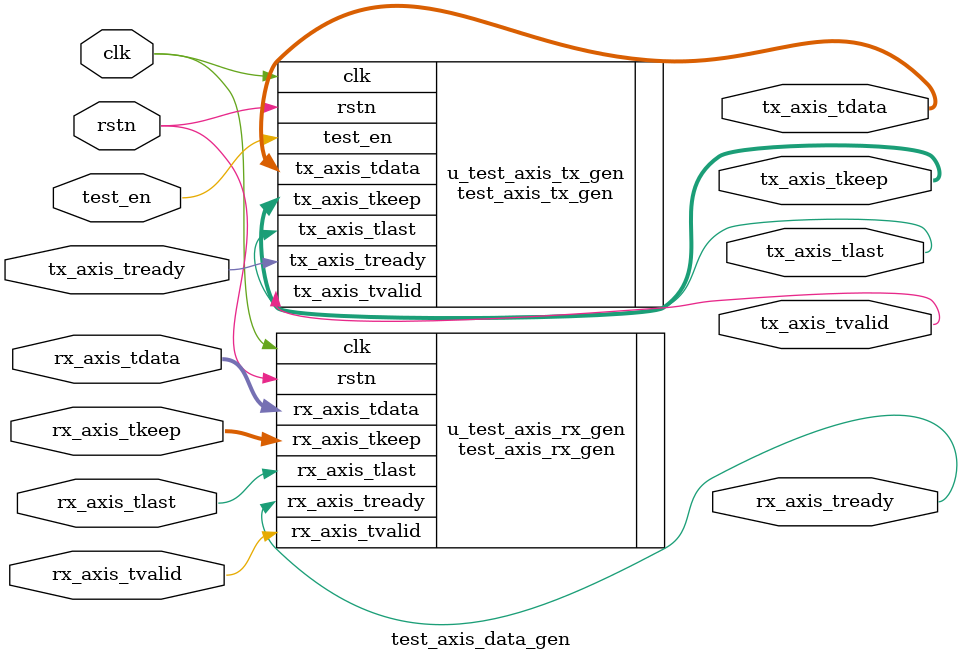
<source format=v>
`timescale 1ns / 1ps
module test_axis_data_gen #(
    parameter                           AXIS_DATA_WIDTH     = 64
)(
    // >>>>>>>>>> sys
    input                               clk                     ,
    input                               rstn                    ,
    input                               test_en                 ,
    // >>>>>>>>>> axis
    output  [AXIS_DATA_WIDTH-1 : 0]     tx_axis_tdata           ,
    output  [AXIS_DATA_WIDTH/8-1 : 0]   tx_axis_tkeep           ,
    output                              tx_axis_tvalid          ,
    output                              tx_axis_tlast           ,
    input                               tx_axis_tready          ,
    input   [AXIS_DATA_WIDTH-1 : 0]     rx_axis_tdata           ,
    input   [AXIS_DATA_WIDTH/8-1 : 0]   rx_axis_tkeep           ,
    input                               rx_axis_tvalid          ,
    input                               rx_axis_tlast           ,
    output                              rx_axis_tready
    );

// >>>>>>>>>> test_axis_tx
test_axis_tx_gen #(
    .AXIS_DATA_WIDTH        (AXIS_DATA_WIDTH        )
)
u_test_axis_tx_gen (
    .clk                    (clk                    ),
    .rstn                   (rstn                   ),
    .test_en                (test_en                ),
    .tx_axis_tdata          (tx_axis_tdata          ),
    .tx_axis_tkeep          (tx_axis_tkeep          ),
    .tx_axis_tvalid         (tx_axis_tvalid         ),
    .tx_axis_tlast          (tx_axis_tlast          ),
    .tx_axis_tready         (tx_axis_tready         )
    );

// >>>>>>>>>> test_axis_rx
test_axis_rx_gen #(
    .AXIS_DATA_WIDTH        (AXIS_DATA_WIDTH        )
)
u_test_axis_rx_gen (
    .clk                    (clk                    ),
    .rstn                   (rstn                   ),
    .rx_axis_tdata          (rx_axis_tdata          ),
    .rx_axis_tkeep          (rx_axis_tkeep          ),
    .rx_axis_tvalid         (rx_axis_tvalid         ),
    .rx_axis_tlast          (rx_axis_tlast          ),
    .rx_axis_tready         (rx_axis_tready         )
    );

endmodule

</source>
